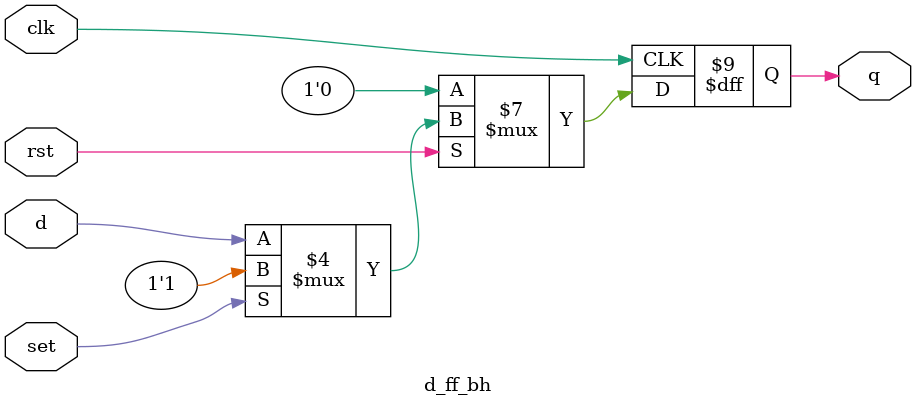
<source format=v>
/*** D-flipflop Behavioral positive edge triggered with 
    Synchronous Active Low RESET & Active High SET. ***/
module d_ff_bh (q, d, clk, rst, set);
    input d, clk, rst, set;
    output reg q;

    always@(posedge clk)
        if(!rst)
            q <= 1'b0;
        else if(set)
            q <= 1'b1;
        else
            q <= d;
endmodule

</source>
